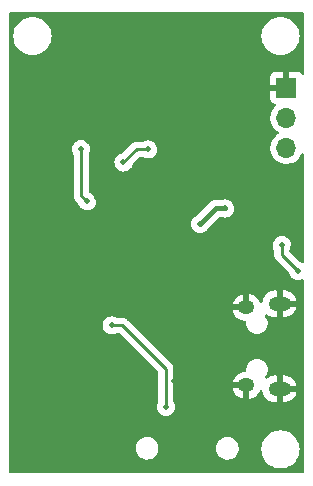
<source format=gbl>
%TF.GenerationSoftware,KiCad,Pcbnew,(6.0.1)*%
%TF.CreationDate,2022-03-11T00:25:21+11:00*%
%TF.ProjectId,WiFiTracingTag,57694669-5472-4616-9369-6e675461672e,rev?*%
%TF.SameCoordinates,PX66ff300PY791ddc0*%
%TF.FileFunction,Copper,L2,Bot*%
%TF.FilePolarity,Positive*%
%FSLAX46Y46*%
G04 Gerber Fmt 4.6, Leading zero omitted, Abs format (unit mm)*
G04 Created by KiCad (PCBNEW (6.0.1)) date 2022-03-11 00:25:21*
%MOMM*%
%LPD*%
G01*
G04 APERTURE LIST*
%TA.AperFunction,ComponentPad*%
%ADD10O,1.900000X1.250000*%
%TD*%
%TA.AperFunction,ComponentPad*%
%ADD11O,1.400000X1.250000*%
%TD*%
%TA.AperFunction,ComponentPad*%
%ADD12R,1.700000X1.700000*%
%TD*%
%TA.AperFunction,ComponentPad*%
%ADD13O,1.700000X1.700000*%
%TD*%
%TA.AperFunction,ViaPad*%
%ADD14C,0.508000*%
%TD*%
%TA.AperFunction,Conductor*%
%ADD15C,0.250000*%
%TD*%
%TA.AperFunction,Conductor*%
%ADD16C,0.400000*%
%TD*%
G04 APERTURE END LIST*
D10*
%TO.P,J2,6,Shield*%
%TO.N,GND*%
X23417500Y14825000D03*
D11*
X20617500Y14525000D03*
X20617500Y7925000D03*
D10*
X23417500Y7625000D03*
%TD*%
D12*
%TO.P,J1,1,Pin_1*%
%TO.N,GND*%
X24000000Y33125000D03*
D13*
%TO.P,J1,2,Pin_2*%
%TO.N,TX*%
X24000000Y30585000D03*
%TO.P,J1,3,Pin_3*%
%TO.N,RX*%
X24000000Y28045000D03*
%TD*%
D14*
%TO.N,GND*%
X13400000Y19100000D03*
X11000000Y32300000D03*
X1000000Y8600000D03*
X13000000Y38600000D03*
X8600000Y27300000D03*
X23000000Y12400000D03*
X13200000Y16000000D03*
X15400000Y24800000D03*
X6600000Y12400000D03*
X1800000Y7800000D03*
X1800000Y32900000D03*
X23000000Y13200000D03*
X17000000Y24800000D03*
X11000000Y36300000D03*
X1800000Y34300000D03*
X16500000Y9800000D03*
X9800000Y38600000D03*
X4600000Y39200000D03*
X11000000Y34300000D03*
X11800000Y8500000D03*
X5400000Y39200000D03*
X11400000Y38600000D03*
X17000000Y38600000D03*
X7200000Y28600000D03*
X15400000Y38600000D03*
X24000000Y13200000D03*
X14500000Y8300000D03*
X24000000Y12400000D03*
X15100000Y8300000D03*
X13800000Y38600000D03*
X800000Y34300000D03*
X800000Y32200000D03*
X1800000Y33600000D03*
X15000000Y34300000D03*
X10900000Y9900000D03*
X2600000Y10200000D03*
X1800000Y32200000D03*
X14700000Y13300000D03*
X19400000Y4600000D03*
X6200000Y39200000D03*
X11600000Y21900000D03*
X2600000Y8600000D03*
X19800000Y39200000D03*
X13000000Y32300000D03*
X7400000Y13600000D03*
X9800000Y14800000D03*
X17100000Y9800000D03*
X15000000Y32300000D03*
X11500000Y9900000D03*
X13000000Y34300000D03*
X15700000Y8300000D03*
X17800000Y38600000D03*
X1000000Y7000000D03*
X9600000Y30200000D03*
X6000000Y38200000D03*
X6600000Y13000000D03*
X1800000Y9400000D03*
X800000Y32900000D03*
X14600000Y38600000D03*
X13000000Y36300000D03*
X7400000Y12400000D03*
X1800000Y6200000D03*
X12200000Y38600000D03*
X7400000Y13000000D03*
X20000000Y29200000D03*
X800000Y33600000D03*
X16300000Y8400000D03*
X9000000Y38600000D03*
X6600000Y13600000D03*
X16200000Y38600000D03*
X15000000Y36300000D03*
X8200000Y38600000D03*
X10600000Y38600000D03*
X1000000Y10200000D03*
X2600000Y7000000D03*
X8000000Y23800000D03*
X6000000Y37400000D03*
X8000000Y30400000D03*
%TO.N,Net-(C5-Pad1)*%
X6624799Y27924799D03*
X7100000Y23500000D03*
%TO.N,Net-(R5-Pad1)*%
X16700000Y21600000D03*
X18800000Y22900000D03*
%TO.N,Net-(R8-Pad1)*%
X23600000Y19800000D03*
X25000000Y17600000D03*
%TO.N,Net-(R11-Pad1)*%
X12300000Y27900000D03*
X10206640Y26793360D03*
%TO.N,EN*%
X9200000Y13000000D03*
X13800000Y6100000D03*
%TD*%
D15*
%TO.N,Net-(R8-Pad1)*%
X23600000Y19000000D02*
X23600000Y19800000D01*
X25000000Y17600000D02*
X23600000Y19000000D01*
%TO.N,EN*%
X9200000Y13000000D02*
X10100000Y13000000D01*
X10100000Y13000000D02*
X13800000Y9300000D01*
X13800000Y9300000D02*
X13800000Y6100000D01*
%TO.N,Net-(C5-Pad1)*%
X6624799Y27924799D02*
X6624799Y23975201D01*
X6624799Y23975201D02*
X7100000Y23500000D01*
D16*
%TO.N,Net-(R5-Pad1)*%
X16700000Y21600000D02*
X18000000Y22900000D01*
X18000000Y22900000D02*
X18800000Y22900000D01*
D15*
%TO.N,Net-(R11-Pad1)*%
X10206640Y26793360D02*
X11313279Y27900000D01*
X11313279Y27900000D02*
X12300000Y27900000D01*
%TD*%
%TA.AperFunction,Conductor*%
%TO.N,GND*%
G36*
X25434121Y39471998D02*
G01*
X25480614Y39418342D01*
X25492000Y39366000D01*
X25492000Y34343725D01*
X25471998Y34275604D01*
X25418342Y34229111D01*
X25348068Y34219007D01*
X25283488Y34248501D01*
X25265174Y34268160D01*
X25218285Y34330724D01*
X25205724Y34343285D01*
X25103649Y34419786D01*
X25088054Y34428324D01*
X24967606Y34473478D01*
X24952351Y34477105D01*
X24901486Y34482631D01*
X24894672Y34483000D01*
X24272115Y34483000D01*
X24256876Y34478525D01*
X24255671Y34477135D01*
X24254000Y34469452D01*
X24254000Y32997000D01*
X24233998Y32928879D01*
X24180342Y32882386D01*
X24128000Y32871000D01*
X22660116Y32871000D01*
X22644877Y32866525D01*
X22643672Y32865135D01*
X22642001Y32857452D01*
X22642001Y32230331D01*
X22642371Y32223510D01*
X22647895Y32172648D01*
X22651521Y32157396D01*
X22696676Y32036946D01*
X22705214Y32021351D01*
X22781715Y31919276D01*
X22794276Y31906715D01*
X22896351Y31830214D01*
X22911946Y31821676D01*
X23020827Y31780858D01*
X23077591Y31738216D01*
X23102291Y31671655D01*
X23087083Y31602306D01*
X23067691Y31575825D01*
X22944200Y31446599D01*
X22940629Y31442862D01*
X22814743Y31258320D01*
X22799007Y31224420D01*
X22740496Y31098367D01*
X22720688Y31055695D01*
X22660989Y30840430D01*
X22637251Y30618305D01*
X22650110Y30395285D01*
X22651247Y30390239D01*
X22651248Y30390233D01*
X22672275Y30296931D01*
X22699222Y30177361D01*
X22783266Y29970384D01*
X22899987Y29779912D01*
X23046250Y29611062D01*
X23218126Y29468368D01*
X23288595Y29427189D01*
X23291445Y29425524D01*
X23340169Y29373886D01*
X23353240Y29304103D01*
X23326509Y29238331D01*
X23286055Y29204973D01*
X23273607Y29198493D01*
X23269474Y29195390D01*
X23269471Y29195388D01*
X23245247Y29177200D01*
X23094965Y29064365D01*
X22940629Y28902862D01*
X22814743Y28718320D01*
X22781661Y28647051D01*
X22725740Y28526578D01*
X22720688Y28515695D01*
X22660989Y28300430D01*
X22637251Y28078305D01*
X22637548Y28073152D01*
X22637548Y28073149D01*
X22646102Y27924799D01*
X22650110Y27855285D01*
X22651247Y27850239D01*
X22651248Y27850233D01*
X22668818Y27772272D01*
X22699222Y27637361D01*
X22759089Y27489926D01*
X22770304Y27462307D01*
X22783266Y27430384D01*
X22800837Y27401711D01*
X22872238Y27285195D01*
X22899987Y27239912D01*
X23046250Y27071062D01*
X23218126Y26928368D01*
X23411000Y26815662D01*
X23619692Y26735970D01*
X23624760Y26734939D01*
X23624763Y26734938D01*
X23732017Y26713117D01*
X23838597Y26691433D01*
X23843772Y26691243D01*
X23843774Y26691243D01*
X24056673Y26683436D01*
X24056677Y26683436D01*
X24061837Y26683247D01*
X24066957Y26683903D01*
X24066959Y26683903D01*
X24278288Y26710975D01*
X24278289Y26710975D01*
X24283416Y26711632D01*
X24288366Y26713117D01*
X24492429Y26774339D01*
X24492434Y26774341D01*
X24497384Y26775826D01*
X24697994Y26874104D01*
X24879860Y27003827D01*
X25038096Y27161511D01*
X25066623Y27201210D01*
X25165435Y27338723D01*
X25168453Y27342923D01*
X25193248Y27393091D01*
X25253043Y27514079D01*
X25301156Y27566286D01*
X25369858Y27584193D01*
X25437334Y27562115D01*
X25482162Y27507061D01*
X25492000Y27458252D01*
X25492000Y18412867D01*
X25471998Y18344746D01*
X25418342Y18298253D01*
X25348068Y18288149D01*
X25323733Y18294168D01*
X25284344Y18308193D01*
X25175219Y18347051D01*
X25174518Y18347135D01*
X25116449Y18379456D01*
X24270405Y19225500D01*
X24236379Y19287812D01*
X24233500Y19314595D01*
X24233500Y19337508D01*
X24254552Y19407236D01*
X24278572Y19443389D01*
X24282471Y19449257D01*
X24343218Y19609174D01*
X24367026Y19778575D01*
X24367325Y19800000D01*
X24348256Y19970000D01*
X24291999Y20131550D01*
X24201348Y20276622D01*
X24188159Y20289904D01*
X24085772Y20393008D01*
X24080809Y20398006D01*
X24015539Y20439427D01*
X23942316Y20485896D01*
X23942313Y20485898D01*
X23936373Y20489667D01*
X23929740Y20492029D01*
X23781854Y20544689D01*
X23781849Y20544690D01*
X23775219Y20547051D01*
X23768231Y20547884D01*
X23768228Y20547885D01*
X23652655Y20561666D01*
X23605357Y20567306D01*
X23598354Y20566570D01*
X23598353Y20566570D01*
X23553958Y20561904D01*
X23435228Y20549425D01*
X23425071Y20545967D01*
X23279956Y20496566D01*
X23279953Y20496565D01*
X23273289Y20494296D01*
X23127588Y20404660D01*
X23122557Y20399733D01*
X23122554Y20399731D01*
X23115689Y20393008D01*
X23005366Y20284972D01*
X23001547Y20279047D01*
X23001546Y20279045D01*
X22996135Y20270648D01*
X22912698Y20141180D01*
X22910287Y20134557D01*
X22910286Y20134554D01*
X22856600Y19987053D01*
X22856599Y19987048D01*
X22854190Y19980430D01*
X22832750Y19810714D01*
X22849443Y19640464D01*
X22903440Y19478144D01*
X22907087Y19472121D01*
X22907088Y19472120D01*
X22948276Y19404110D01*
X22966500Y19338839D01*
X22966500Y19078767D01*
X22965973Y19067584D01*
X22964298Y19060091D01*
X22964547Y19052165D01*
X22964547Y19052164D01*
X22966438Y18992014D01*
X22966500Y18988055D01*
X22966500Y18960144D01*
X22966997Y18956210D01*
X22966997Y18956209D01*
X22967005Y18956144D01*
X22967938Y18944307D01*
X22969327Y18900111D01*
X22974978Y18880661D01*
X22978987Y18861300D01*
X22981526Y18841203D01*
X22984445Y18833832D01*
X22984445Y18833830D01*
X22997804Y18800088D01*
X23001649Y18788858D01*
X23013982Y18746407D01*
X23018015Y18739588D01*
X23018017Y18739583D01*
X23024293Y18728972D01*
X23032988Y18711224D01*
X23040448Y18692383D01*
X23045110Y18685967D01*
X23045110Y18685966D01*
X23066436Y18656613D01*
X23072952Y18646693D01*
X23095458Y18608638D01*
X23109779Y18594317D01*
X23122619Y18579284D01*
X23134528Y18562893D01*
X23140634Y18557842D01*
X23168605Y18534702D01*
X23177384Y18526712D01*
X24221308Y17482788D01*
X24251771Y17433465D01*
X24303440Y17278144D01*
X24307087Y17272122D01*
X24307088Y17272120D01*
X24388406Y17137846D01*
X24388409Y17137843D01*
X24392056Y17131820D01*
X24510889Y17008766D01*
X24654030Y16915097D01*
X24660634Y16912641D01*
X24660636Y16912640D01*
X24807757Y16857926D01*
X24807759Y16857926D01*
X24814367Y16855468D01*
X24893454Y16844915D01*
X24976949Y16833774D01*
X24976953Y16833774D01*
X24983930Y16832843D01*
X24990941Y16833481D01*
X24990945Y16833481D01*
X25147273Y16847708D01*
X25147275Y16847708D01*
X25154292Y16848347D01*
X25160990Y16850523D01*
X25160993Y16850524D01*
X25310288Y16899034D01*
X25316985Y16901210D01*
X25317012Y16901126D01*
X25384244Y16910621D01*
X25448751Y16880967D01*
X25486985Y16821144D01*
X25492000Y16785949D01*
X25492000Y634000D01*
X25471998Y565879D01*
X25418342Y519386D01*
X25366000Y508000D01*
X634000Y508000D01*
X565879Y528002D01*
X519386Y581658D01*
X508000Y634000D01*
X508000Y2552936D01*
X11237707Y2552936D01*
X11266825Y2360401D01*
X11269028Y2354415D01*
X11269029Y2354409D01*
X11331860Y2183640D01*
X11331862Y2183635D01*
X11334063Y2177654D01*
X11436674Y2012160D01*
X11570466Y1870678D01*
X11729975Y1758989D01*
X11735838Y1756452D01*
X11902825Y1684190D01*
X11902829Y1684189D01*
X11908684Y1681655D01*
X11914931Y1680350D01*
X11914934Y1680349D01*
X12094557Y1642824D01*
X12094562Y1642823D01*
X12099293Y1641835D01*
X12105685Y1641500D01*
X12248663Y1641500D01*
X12317951Y1648538D01*
X12387378Y1655590D01*
X12387379Y1655590D01*
X12393727Y1656235D01*
X12474843Y1681655D01*
X12573451Y1712556D01*
X12573456Y1712558D01*
X12579541Y1714465D01*
X12675214Y1767498D01*
X12744271Y1805777D01*
X12744274Y1805779D01*
X12749850Y1808870D01*
X12754691Y1813019D01*
X12754695Y1813022D01*
X12892855Y1931440D01*
X12897698Y1935591D01*
X13017046Y2089453D01*
X13057779Y2172232D01*
X13100200Y2258444D01*
X13103018Y2264171D01*
X13104628Y2270351D01*
X13150492Y2446425D01*
X13150492Y2446428D01*
X13152102Y2452607D01*
X13157360Y2552936D01*
X18037707Y2552936D01*
X18066825Y2360401D01*
X18069028Y2354415D01*
X18069029Y2354409D01*
X18131860Y2183640D01*
X18131862Y2183635D01*
X18134063Y2177654D01*
X18236674Y2012160D01*
X18370466Y1870678D01*
X18529975Y1758989D01*
X18535838Y1756452D01*
X18702825Y1684190D01*
X18702829Y1684189D01*
X18708684Y1681655D01*
X18714931Y1680350D01*
X18714934Y1680349D01*
X18894557Y1642824D01*
X18894562Y1642823D01*
X18899293Y1641835D01*
X18905685Y1641500D01*
X19048663Y1641500D01*
X19117951Y1648538D01*
X19187378Y1655590D01*
X19187379Y1655590D01*
X19193727Y1656235D01*
X19274843Y1681655D01*
X19373451Y1712556D01*
X19373456Y1712558D01*
X19379541Y1714465D01*
X19475214Y1767498D01*
X19544271Y1805777D01*
X19544274Y1805779D01*
X19549850Y1808870D01*
X19554691Y1813019D01*
X19554695Y1813022D01*
X19692855Y1931440D01*
X19697698Y1935591D01*
X19817046Y2089453D01*
X19857779Y2172232D01*
X19900200Y2258444D01*
X19903018Y2264171D01*
X19904628Y2270351D01*
X19950492Y2446425D01*
X19950492Y2446428D01*
X19952102Y2452607D01*
X19954586Y2500000D01*
X21886526Y2500000D01*
X21906391Y2247597D01*
X21907545Y2242790D01*
X21907546Y2242784D01*
X21924484Y2172232D01*
X21965495Y2001409D01*
X21967388Y1996838D01*
X21967389Y1996836D01*
X22021163Y1867015D01*
X22062384Y1767498D01*
X22194672Y1551624D01*
X22359102Y1359102D01*
X22551624Y1194672D01*
X22767498Y1062384D01*
X22772068Y1060491D01*
X22772072Y1060489D01*
X22996836Y967389D01*
X23001409Y965495D01*
X23086032Y945179D01*
X23242784Y907546D01*
X23242790Y907545D01*
X23247597Y906391D01*
X23347416Y898535D01*
X23434345Y891693D01*
X23434352Y891693D01*
X23436801Y891500D01*
X23563199Y891500D01*
X23565648Y891693D01*
X23565655Y891693D01*
X23652584Y898535D01*
X23752403Y906391D01*
X23757210Y907545D01*
X23757216Y907546D01*
X23913968Y945179D01*
X23998591Y965495D01*
X24003164Y967389D01*
X24227928Y1060489D01*
X24227932Y1060491D01*
X24232502Y1062384D01*
X24448376Y1194672D01*
X24640898Y1359102D01*
X24805328Y1551624D01*
X24937616Y1767498D01*
X24978838Y1867015D01*
X25032611Y1996836D01*
X25032612Y1996838D01*
X25034505Y2001409D01*
X25075516Y2172232D01*
X25092454Y2242784D01*
X25092455Y2242790D01*
X25093609Y2247597D01*
X25113474Y2500000D01*
X25093609Y2752403D01*
X25072676Y2839599D01*
X25035660Y2993779D01*
X25034505Y2998591D01*
X25027145Y3016360D01*
X24939511Y3227928D01*
X24939509Y3227932D01*
X24937616Y3232502D01*
X24805328Y3448376D01*
X24640898Y3640898D01*
X24448376Y3805328D01*
X24232502Y3937616D01*
X24227932Y3939509D01*
X24227928Y3939511D01*
X24003164Y4032611D01*
X24003162Y4032612D01*
X23998591Y4034505D01*
X23913968Y4054821D01*
X23757216Y4092454D01*
X23757210Y4092455D01*
X23752403Y4093609D01*
X23652584Y4101465D01*
X23565655Y4108307D01*
X23565648Y4108307D01*
X23563199Y4108500D01*
X23436801Y4108500D01*
X23434352Y4108307D01*
X23434345Y4108307D01*
X23347416Y4101465D01*
X23247597Y4093609D01*
X23242790Y4092455D01*
X23242784Y4092454D01*
X23086032Y4054821D01*
X23001409Y4034505D01*
X22996838Y4032612D01*
X22996836Y4032611D01*
X22772072Y3939511D01*
X22772068Y3939509D01*
X22767498Y3937616D01*
X22551624Y3805328D01*
X22359102Y3640898D01*
X22194672Y3448376D01*
X22062384Y3232502D01*
X22060491Y3227932D01*
X22060489Y3227928D01*
X21972855Y3016360D01*
X21965495Y2998591D01*
X21964340Y2993779D01*
X21927325Y2839599D01*
X21906391Y2752403D01*
X21886526Y2500000D01*
X19954586Y2500000D01*
X19962293Y2647064D01*
X19933175Y2839599D01*
X19930972Y2845585D01*
X19930971Y2845591D01*
X19868140Y3016360D01*
X19868138Y3016365D01*
X19865937Y3022346D01*
X19763326Y3187840D01*
X19629534Y3329322D01*
X19470025Y3441011D01*
X19422013Y3461788D01*
X19297175Y3515810D01*
X19297171Y3515811D01*
X19291316Y3518345D01*
X19285069Y3519650D01*
X19285066Y3519651D01*
X19105443Y3557176D01*
X19105438Y3557177D01*
X19100707Y3558165D01*
X19094315Y3558500D01*
X18951337Y3558500D01*
X18882049Y3551462D01*
X18812622Y3544410D01*
X18812621Y3544410D01*
X18806273Y3543765D01*
X18749939Y3526111D01*
X18626549Y3487444D01*
X18626544Y3487442D01*
X18620459Y3485535D01*
X18560205Y3452135D01*
X18455729Y3394223D01*
X18455726Y3394221D01*
X18450150Y3391130D01*
X18445309Y3386981D01*
X18445305Y3386978D01*
X18382311Y3332985D01*
X18302302Y3264409D01*
X18182954Y3110547D01*
X18180138Y3104824D01*
X18180136Y3104821D01*
X18136608Y3016360D01*
X18096982Y2935829D01*
X18095373Y2929651D01*
X18095372Y2929649D01*
X18050457Y2757216D01*
X18047898Y2747393D01*
X18037707Y2552936D01*
X13157360Y2552936D01*
X13162293Y2647064D01*
X13133175Y2839599D01*
X13130972Y2845585D01*
X13130971Y2845591D01*
X13068140Y3016360D01*
X13068138Y3016365D01*
X13065937Y3022346D01*
X12963326Y3187840D01*
X12829534Y3329322D01*
X12670025Y3441011D01*
X12622013Y3461788D01*
X12497175Y3515810D01*
X12497171Y3515811D01*
X12491316Y3518345D01*
X12485069Y3519650D01*
X12485066Y3519651D01*
X12305443Y3557176D01*
X12305438Y3557177D01*
X12300707Y3558165D01*
X12294315Y3558500D01*
X12151337Y3558500D01*
X12082049Y3551462D01*
X12012622Y3544410D01*
X12012621Y3544410D01*
X12006273Y3543765D01*
X11949939Y3526111D01*
X11826549Y3487444D01*
X11826544Y3487442D01*
X11820459Y3485535D01*
X11760205Y3452135D01*
X11655729Y3394223D01*
X11655726Y3394221D01*
X11650150Y3391130D01*
X11645309Y3386981D01*
X11645305Y3386978D01*
X11582311Y3332985D01*
X11502302Y3264409D01*
X11382954Y3110547D01*
X11380138Y3104824D01*
X11380136Y3104821D01*
X11336608Y3016360D01*
X11296982Y2935829D01*
X11295373Y2929651D01*
X11295372Y2929649D01*
X11250457Y2757216D01*
X11247898Y2747393D01*
X11237707Y2552936D01*
X508000Y2552936D01*
X508000Y13010714D01*
X8432750Y13010714D01*
X8449443Y12840464D01*
X8503440Y12678144D01*
X8507087Y12672122D01*
X8507088Y12672120D01*
X8588406Y12537846D01*
X8588409Y12537843D01*
X8592056Y12531820D01*
X8710889Y12408766D01*
X8716785Y12404908D01*
X8831875Y12329595D01*
X8854030Y12315097D01*
X8860634Y12312641D01*
X8860636Y12312640D01*
X9007757Y12257926D01*
X9007759Y12257926D01*
X9014367Y12255468D01*
X9093454Y12244915D01*
X9176949Y12233774D01*
X9176953Y12233774D01*
X9183930Y12232843D01*
X9190941Y12233481D01*
X9190945Y12233481D01*
X9347273Y12247708D01*
X9347275Y12247708D01*
X9354292Y12248347D01*
X9360990Y12250523D01*
X9360993Y12250524D01*
X9510289Y12299034D01*
X9510291Y12299035D01*
X9516985Y12301210D01*
X9596699Y12348729D01*
X9661216Y12366500D01*
X9785406Y12366500D01*
X9853527Y12346498D01*
X9874501Y12329595D01*
X13129595Y9074501D01*
X13163621Y9012189D01*
X13166500Y8985406D01*
X13166500Y6561747D01*
X13146412Y6493493D01*
X13112698Y6441180D01*
X13110287Y6434557D01*
X13110286Y6434554D01*
X13056600Y6287053D01*
X13056599Y6287048D01*
X13054190Y6280430D01*
X13032750Y6110714D01*
X13049443Y5940464D01*
X13103440Y5778144D01*
X13107087Y5772122D01*
X13107088Y5772120D01*
X13188406Y5637846D01*
X13188409Y5637843D01*
X13192056Y5631820D01*
X13310889Y5508766D01*
X13454030Y5415097D01*
X13460634Y5412641D01*
X13460636Y5412640D01*
X13607757Y5357926D01*
X13607759Y5357926D01*
X13614367Y5355468D01*
X13693454Y5344915D01*
X13776949Y5333774D01*
X13776953Y5333774D01*
X13783930Y5332843D01*
X13790941Y5333481D01*
X13790945Y5333481D01*
X13947273Y5347708D01*
X13947275Y5347708D01*
X13954292Y5348347D01*
X13960990Y5350523D01*
X13960993Y5350524D01*
X14110289Y5399034D01*
X14110291Y5399035D01*
X14116985Y5401210D01*
X14263924Y5488803D01*
X14387805Y5606773D01*
X14401079Y5626751D01*
X14478570Y5743386D01*
X14482471Y5749257D01*
X14543218Y5909174D01*
X14567026Y6078575D01*
X14567325Y6100000D01*
X14548256Y6270000D01*
X14491999Y6431550D01*
X14452646Y6494528D01*
X14433500Y6561298D01*
X14433500Y7657601D01*
X19441495Y7657601D01*
X19464948Y7560286D01*
X19468837Y7548991D01*
X19553358Y7363099D01*
X19559305Y7352757D01*
X19677457Y7186193D01*
X19685250Y7177165D01*
X19832766Y7035949D01*
X19842131Y7028553D01*
X20013685Y6917781D01*
X20024285Y6912287D01*
X20213688Y6835955D01*
X20225129Y6832566D01*
X20345718Y6809018D01*
X20358668Y6810222D01*
X20363500Y6825273D01*
X20363500Y7652885D01*
X20359025Y7668124D01*
X20357635Y7669329D01*
X20349952Y7671000D01*
X19456381Y7671000D01*
X19442850Y7667027D01*
X19441495Y7657601D01*
X14433500Y7657601D01*
X14433500Y8194807D01*
X19437373Y8194807D01*
X19439058Y8182993D01*
X19452627Y8179000D01*
X20745500Y8179000D01*
X20813621Y8158998D01*
X20860114Y8105342D01*
X20871500Y8053000D01*
X20871500Y6822039D01*
X20875751Y6807562D01*
X20888012Y6805500D01*
X20901752Y6806811D01*
X20913469Y6809067D01*
X21109426Y6866554D01*
X21120502Y6870984D01*
X21302046Y6964485D01*
X21312092Y6970935D01*
X21472675Y7097075D01*
X21481328Y7105315D01*
X21615158Y7259541D01*
X21622092Y7269261D01*
X21724345Y7446012D01*
X21731816Y7462329D01*
X21733068Y7461756D01*
X21770301Y7513939D01*
X21836236Y7540265D01*
X21905937Y7526764D01*
X21957275Y7477723D01*
X21970590Y7444345D01*
X22014948Y7260286D01*
X22018837Y7248991D01*
X22103358Y7063099D01*
X22109305Y7052757D01*
X22227457Y6886193D01*
X22235250Y6877165D01*
X22382766Y6735949D01*
X22392131Y6728553D01*
X22563685Y6617781D01*
X22574285Y6612287D01*
X22763683Y6535957D01*
X22775133Y6532566D01*
X22976990Y6493146D01*
X22985862Y6492068D01*
X22988672Y6492000D01*
X23145385Y6492000D01*
X23160624Y6496475D01*
X23161829Y6497865D01*
X23163500Y6505548D01*
X23163500Y6510115D01*
X23671500Y6510115D01*
X23675975Y6494876D01*
X23677365Y6493671D01*
X23685048Y6492000D01*
X23793527Y6492000D01*
X23799504Y6492285D01*
X23951743Y6506810D01*
X23963477Y6509069D01*
X24159426Y6566554D01*
X24170502Y6570984D01*
X24352046Y6664485D01*
X24362092Y6670935D01*
X24522675Y6797075D01*
X24531328Y6805315D01*
X24665158Y6959541D01*
X24672092Y6969261D01*
X24774345Y7146012D01*
X24779319Y7156876D01*
X24846307Y7349781D01*
X24847627Y7355193D01*
X24845942Y7367007D01*
X24832373Y7371000D01*
X23689615Y7371000D01*
X23674376Y7366525D01*
X23673171Y7365135D01*
X23671500Y7357452D01*
X23671500Y6510115D01*
X23163500Y6510115D01*
X23163500Y7897115D01*
X23671500Y7897115D01*
X23675975Y7881876D01*
X23677365Y7880671D01*
X23685048Y7879000D01*
X24828619Y7879000D01*
X24842150Y7882973D01*
X24843505Y7892399D01*
X24820052Y7989714D01*
X24816163Y8001009D01*
X24731642Y8186901D01*
X24725695Y8197243D01*
X24607543Y8363807D01*
X24599750Y8372835D01*
X24452234Y8514051D01*
X24442869Y8521447D01*
X24271315Y8632219D01*
X24260715Y8637713D01*
X24071317Y8714043D01*
X24059867Y8717434D01*
X23858010Y8756854D01*
X23849138Y8757932D01*
X23846328Y8758000D01*
X23689615Y8758000D01*
X23674376Y8753525D01*
X23673171Y8752135D01*
X23671500Y8744452D01*
X23671500Y7897115D01*
X23163500Y7897115D01*
X23163500Y8739885D01*
X23159025Y8755124D01*
X23157635Y8756329D01*
X23149952Y8758000D01*
X23041473Y8758000D01*
X23035496Y8757715D01*
X22883257Y8743190D01*
X22871523Y8740931D01*
X22675574Y8683446D01*
X22664498Y8679016D01*
X22482954Y8585515D01*
X22472908Y8579065D01*
X22397204Y8519599D01*
X22331278Y8493249D01*
X22261572Y8506724D01*
X22210217Y8555746D01*
X22193517Y8624750D01*
X22217435Y8692746D01*
X22304737Y8812906D01*
X22304738Y8812907D01*
X22308618Y8818248D01*
X22335696Y8879065D01*
X22383609Y8986681D01*
X22383609Y8986682D01*
X22386294Y8992712D01*
X22426000Y9179513D01*
X22426000Y9370487D01*
X22421434Y9391971D01*
X22405662Y9466168D01*
X22386294Y9557288D01*
X22347966Y9643375D01*
X22311303Y9725722D01*
X22311302Y9725724D01*
X22308618Y9731752D01*
X22304728Y9737107D01*
X22200249Y9880908D01*
X22196366Y9886253D01*
X22054444Y10014040D01*
X21889056Y10109527D01*
X21707428Y10168542D01*
X21700867Y10169232D01*
X21700865Y10169232D01*
X21647611Y10174829D01*
X21565110Y10183500D01*
X21469890Y10183500D01*
X21387389Y10174829D01*
X21334135Y10169232D01*
X21334133Y10169232D01*
X21327572Y10168542D01*
X21145944Y10109527D01*
X20980556Y10014040D01*
X20838634Y9886253D01*
X20834751Y9880908D01*
X20730273Y9737107D01*
X20726382Y9731752D01*
X20723698Y9725724D01*
X20723697Y9725722D01*
X20687034Y9643375D01*
X20648706Y9557288D01*
X20629338Y9466168D01*
X20613567Y9391971D01*
X20609000Y9370487D01*
X20609000Y9183739D01*
X20588998Y9115618D01*
X20535342Y9069125D01*
X20488995Y9057882D01*
X20485497Y9057715D01*
X20333257Y9043190D01*
X20321523Y9040931D01*
X20125574Y8983446D01*
X20114498Y8979016D01*
X19932954Y8885515D01*
X19922908Y8879065D01*
X19762325Y8752925D01*
X19753672Y8744685D01*
X19619842Y8590459D01*
X19612908Y8580739D01*
X19510655Y8403988D01*
X19505681Y8393124D01*
X19438693Y8200219D01*
X19437373Y8194807D01*
X14433500Y8194807D01*
X14433500Y9221233D01*
X14434027Y9232416D01*
X14435702Y9239909D01*
X14433562Y9307986D01*
X14433500Y9311945D01*
X14433500Y9339856D01*
X14432995Y9343856D01*
X14432062Y9355699D01*
X14430922Y9391971D01*
X14430673Y9399890D01*
X14425022Y9419342D01*
X14421014Y9438694D01*
X14419467Y9450937D01*
X14418474Y9458797D01*
X14415556Y9466168D01*
X14402200Y9499903D01*
X14398355Y9511130D01*
X14397721Y9513313D01*
X14386018Y9553593D01*
X14381984Y9560415D01*
X14381981Y9560421D01*
X14375706Y9571032D01*
X14367010Y9588782D01*
X14362472Y9600244D01*
X14362469Y9600249D01*
X14359552Y9607617D01*
X14333573Y9643375D01*
X14327057Y9653293D01*
X14308575Y9684543D01*
X14304542Y9691363D01*
X14290218Y9705687D01*
X14277376Y9720722D01*
X14265472Y9737107D01*
X14231406Y9765289D01*
X14222627Y9773278D01*
X10603652Y13392253D01*
X10596112Y13400539D01*
X10592000Y13407018D01*
X10542348Y13453644D01*
X10539507Y13456398D01*
X10519770Y13476135D01*
X10516573Y13478615D01*
X10507551Y13486320D01*
X10475321Y13516586D01*
X10468375Y13520405D01*
X10468372Y13520407D01*
X10457566Y13526348D01*
X10441047Y13537199D01*
X10440583Y13537559D01*
X10425041Y13549614D01*
X10417772Y13552759D01*
X10417768Y13552762D01*
X10384463Y13567174D01*
X10373813Y13572391D01*
X10335060Y13593695D01*
X10315437Y13598733D01*
X10296734Y13605137D01*
X10285420Y13610033D01*
X10285419Y13610033D01*
X10278145Y13613181D01*
X10270322Y13614420D01*
X10270312Y13614423D01*
X10234476Y13620099D01*
X10222856Y13622505D01*
X10187711Y13631528D01*
X10187710Y13631528D01*
X10180030Y13633500D01*
X10159776Y13633500D01*
X10140065Y13635051D01*
X10134396Y13635949D01*
X10120057Y13638220D01*
X10112165Y13637474D01*
X10076039Y13634059D01*
X10064181Y13633500D01*
X9661486Y13633500D01*
X9593972Y13653114D01*
X9542316Y13685896D01*
X9542313Y13685898D01*
X9536373Y13689667D01*
X9526603Y13693146D01*
X9381854Y13744689D01*
X9381849Y13744690D01*
X9375219Y13747051D01*
X9368231Y13747884D01*
X9368228Y13747885D01*
X9252655Y13761666D01*
X9205357Y13767306D01*
X9198354Y13766570D01*
X9198353Y13766570D01*
X9153958Y13761904D01*
X9035228Y13749425D01*
X9026325Y13746394D01*
X8879956Y13696566D01*
X8879953Y13696565D01*
X8873289Y13694296D01*
X8727588Y13604660D01*
X8722557Y13599733D01*
X8722554Y13599731D01*
X8666418Y13544758D01*
X8605366Y13484972D01*
X8601547Y13479047D01*
X8601546Y13479045D01*
X8573778Y13435957D01*
X8512698Y13341180D01*
X8510287Y13334557D01*
X8510286Y13334554D01*
X8456600Y13187053D01*
X8456599Y13187048D01*
X8454190Y13180430D01*
X8432750Y13010714D01*
X508000Y13010714D01*
X508000Y14257601D01*
X19441495Y14257601D01*
X19464948Y14160286D01*
X19468837Y14148991D01*
X19553358Y13963099D01*
X19559305Y13952757D01*
X19677457Y13786193D01*
X19685250Y13777165D01*
X19832766Y13635949D01*
X19842131Y13628553D01*
X20013685Y13517781D01*
X20024285Y13512287D01*
X20213683Y13435957D01*
X20225133Y13432566D01*
X20426990Y13393146D01*
X20435862Y13392068D01*
X20438672Y13392000D01*
X20483000Y13392000D01*
X20551121Y13371998D01*
X20597614Y13318342D01*
X20609000Y13266000D01*
X20609000Y13079513D01*
X20648706Y12892712D01*
X20651391Y12886682D01*
X20651391Y12886681D01*
X20674945Y12833779D01*
X20726382Y12718248D01*
X20838634Y12563747D01*
X20843544Y12559326D01*
X20843545Y12559325D01*
X20874093Y12531820D01*
X20980556Y12435960D01*
X21145944Y12340473D01*
X21327572Y12281458D01*
X21334133Y12280768D01*
X21334135Y12280768D01*
X21387389Y12275171D01*
X21469890Y12266500D01*
X21565110Y12266500D01*
X21647611Y12275171D01*
X21700865Y12280768D01*
X21700867Y12280768D01*
X21707428Y12281458D01*
X21889056Y12340473D01*
X22054444Y12435960D01*
X22160908Y12531820D01*
X22191455Y12559325D01*
X22191456Y12559326D01*
X22196366Y12563747D01*
X22308618Y12718248D01*
X22360056Y12833779D01*
X22383609Y12886681D01*
X22383609Y12886682D01*
X22386294Y12892712D01*
X22426000Y13079513D01*
X22426000Y13270487D01*
X22386294Y13457288D01*
X22375178Y13482255D01*
X22311303Y13625722D01*
X22311302Y13625724D01*
X22308618Y13631752D01*
X22225325Y13746395D01*
X22201467Y13813261D01*
X22217547Y13882413D01*
X22268460Y13931893D01*
X22338043Y13945993D01*
X22395609Y13926307D01*
X22563685Y13817781D01*
X22574285Y13812287D01*
X22763683Y13735957D01*
X22775133Y13732566D01*
X22976990Y13693146D01*
X22985862Y13692068D01*
X22988672Y13692000D01*
X23145385Y13692000D01*
X23160624Y13696475D01*
X23161829Y13697865D01*
X23163500Y13705548D01*
X23163500Y13710115D01*
X23671500Y13710115D01*
X23675975Y13694876D01*
X23677365Y13693671D01*
X23685048Y13692000D01*
X23793527Y13692000D01*
X23799504Y13692285D01*
X23951743Y13706810D01*
X23963477Y13709069D01*
X24159426Y13766554D01*
X24170502Y13770984D01*
X24352046Y13864485D01*
X24362092Y13870935D01*
X24522675Y13997075D01*
X24531328Y14005315D01*
X24665158Y14159541D01*
X24672092Y14169261D01*
X24774345Y14346012D01*
X24779319Y14356876D01*
X24846307Y14549781D01*
X24847627Y14555193D01*
X24845942Y14567007D01*
X24832373Y14571000D01*
X23689615Y14571000D01*
X23674376Y14566525D01*
X23673171Y14565135D01*
X23671500Y14557452D01*
X23671500Y13710115D01*
X23163500Y13710115D01*
X23163500Y15097115D01*
X23671500Y15097115D01*
X23675975Y15081876D01*
X23677365Y15080671D01*
X23685048Y15079000D01*
X24828619Y15079000D01*
X24842150Y15082973D01*
X24843505Y15092399D01*
X24820052Y15189714D01*
X24816163Y15201009D01*
X24731642Y15386901D01*
X24725695Y15397243D01*
X24607543Y15563807D01*
X24599750Y15572835D01*
X24452234Y15714051D01*
X24442869Y15721447D01*
X24271315Y15832219D01*
X24260715Y15837713D01*
X24071317Y15914043D01*
X24059867Y15917434D01*
X23858010Y15956854D01*
X23849138Y15957932D01*
X23846328Y15958000D01*
X23689615Y15958000D01*
X23674376Y15953525D01*
X23673171Y15952135D01*
X23671500Y15944452D01*
X23671500Y15097115D01*
X23163500Y15097115D01*
X23163500Y15939885D01*
X23159025Y15955124D01*
X23157635Y15956329D01*
X23149952Y15958000D01*
X23041473Y15958000D01*
X23035496Y15957715D01*
X22883257Y15943190D01*
X22871523Y15940931D01*
X22675574Y15883446D01*
X22664498Y15879016D01*
X22482954Y15785515D01*
X22472908Y15779065D01*
X22312325Y15652925D01*
X22303672Y15644685D01*
X22169842Y15490459D01*
X22162908Y15480739D01*
X22060655Y15303988D01*
X22055681Y15293124D01*
X21988694Y15100222D01*
X21985866Y15088621D01*
X21973748Y15005045D01*
X21944178Y14940499D01*
X21884406Y14902187D01*
X21813410Y14902271D01*
X21753729Y14940726D01*
X21734351Y14970974D01*
X21681642Y15086901D01*
X21675695Y15097243D01*
X21557543Y15263807D01*
X21549750Y15272835D01*
X21402234Y15414051D01*
X21392869Y15421447D01*
X21221315Y15532219D01*
X21210715Y15537713D01*
X21021312Y15614045D01*
X21009871Y15617434D01*
X20889282Y15640982D01*
X20876332Y15639778D01*
X20871500Y15624727D01*
X20871500Y14397000D01*
X20851498Y14328879D01*
X20797842Y14282386D01*
X20745500Y14271000D01*
X19456381Y14271000D01*
X19442850Y14267027D01*
X19441495Y14257601D01*
X508000Y14257601D01*
X508000Y14794807D01*
X19437373Y14794807D01*
X19439058Y14782993D01*
X19452627Y14779000D01*
X20345385Y14779000D01*
X20360624Y14783475D01*
X20361829Y14784865D01*
X20363500Y14792548D01*
X20363500Y15627961D01*
X20359249Y15642438D01*
X20346988Y15644500D01*
X20333248Y15643189D01*
X20321531Y15640933D01*
X20125574Y15583446D01*
X20114498Y15579016D01*
X19932954Y15485515D01*
X19922908Y15479065D01*
X19762325Y15352925D01*
X19753672Y15344685D01*
X19619842Y15190459D01*
X19612908Y15180739D01*
X19510655Y15003988D01*
X19505681Y14993124D01*
X19438693Y14800219D01*
X19437373Y14794807D01*
X508000Y14794807D01*
X508000Y21610714D01*
X15932750Y21610714D01*
X15949443Y21440464D01*
X16003440Y21278144D01*
X16007087Y21272122D01*
X16007088Y21272120D01*
X16088406Y21137846D01*
X16088409Y21137843D01*
X16092056Y21131820D01*
X16210889Y21008766D01*
X16354030Y20915097D01*
X16360634Y20912641D01*
X16360636Y20912640D01*
X16507757Y20857926D01*
X16507759Y20857926D01*
X16514367Y20855468D01*
X16593454Y20844915D01*
X16676949Y20833774D01*
X16676953Y20833774D01*
X16683930Y20832843D01*
X16690941Y20833481D01*
X16690945Y20833481D01*
X16847273Y20847708D01*
X16847275Y20847708D01*
X16854292Y20848347D01*
X16860990Y20850523D01*
X16860993Y20850524D01*
X17010289Y20899034D01*
X17010291Y20899035D01*
X17016985Y20901210D01*
X17163924Y20988803D01*
X17287805Y21106773D01*
X17301079Y21126751D01*
X17378570Y21243386D01*
X17382471Y21249257D01*
X17384972Y21255842D01*
X17384975Y21255847D01*
X17392018Y21274389D01*
X17420711Y21318741D01*
X18256565Y22154595D01*
X18318877Y22188621D01*
X18345660Y22191500D01*
X18494808Y22191500D01*
X18538728Y22183597D01*
X18607757Y22157925D01*
X18607767Y22157922D01*
X18614367Y22155468D01*
X18621348Y22154537D01*
X18621350Y22154536D01*
X18776949Y22133774D01*
X18776953Y22133774D01*
X18783930Y22132843D01*
X18790941Y22133481D01*
X18790945Y22133481D01*
X18947273Y22147708D01*
X18947275Y22147708D01*
X18954292Y22148347D01*
X18960990Y22150523D01*
X18960993Y22150524D01*
X19110289Y22199034D01*
X19110291Y22199035D01*
X19116985Y22201210D01*
X19263924Y22288803D01*
X19387805Y22406773D01*
X19482471Y22549257D01*
X19543218Y22709174D01*
X19544198Y22716146D01*
X19566475Y22874653D01*
X19566475Y22874656D01*
X19567026Y22878575D01*
X19567325Y22900000D01*
X19548256Y23070000D01*
X19512695Y23172120D01*
X19494314Y23224903D01*
X19494313Y23224905D01*
X19491999Y23231550D01*
X19428316Y23333465D01*
X19405081Y23370648D01*
X19401348Y23376622D01*
X19394456Y23383563D01*
X19285772Y23493008D01*
X19280809Y23498006D01*
X19215539Y23539427D01*
X19142316Y23585896D01*
X19142313Y23585898D01*
X19136373Y23589667D01*
X19129740Y23592029D01*
X18981854Y23644689D01*
X18981849Y23644690D01*
X18975219Y23647051D01*
X18968231Y23647884D01*
X18968228Y23647885D01*
X18841451Y23663002D01*
X18805357Y23667306D01*
X18798354Y23666570D01*
X18798353Y23666570D01*
X18753958Y23661904D01*
X18635228Y23649425D01*
X18534759Y23615222D01*
X18494153Y23608500D01*
X18028927Y23608500D01*
X18020358Y23608792D01*
X17970225Y23612210D01*
X17970221Y23612210D01*
X17962648Y23612726D01*
X17899681Y23601736D01*
X17893169Y23600776D01*
X17829758Y23593102D01*
X17822657Y23590419D01*
X17820048Y23589778D01*
X17803728Y23585313D01*
X17801195Y23584548D01*
X17793717Y23583243D01*
X17735190Y23557552D01*
X17729108Y23555070D01*
X17727559Y23554484D01*
X17676449Y23535172D01*
X17676447Y23535171D01*
X17669344Y23532487D01*
X17663085Y23528186D01*
X17660720Y23526949D01*
X17645948Y23518727D01*
X17643656Y23517372D01*
X17636695Y23514316D01*
X17630668Y23509691D01*
X17630664Y23509689D01*
X17585987Y23475407D01*
X17580662Y23471538D01*
X17528019Y23435357D01*
X17522967Y23429687D01*
X17522966Y23429686D01*
X17486573Y23388839D01*
X17481592Y23383563D01*
X16422886Y22324856D01*
X16385407Y22301531D01*
X16386332Y22299566D01*
X16379957Y22296566D01*
X16373289Y22294296D01*
X16227588Y22204660D01*
X16222557Y22199733D01*
X16222554Y22199731D01*
X16176463Y22154595D01*
X16105366Y22084972D01*
X16012698Y21941180D01*
X16010287Y21934557D01*
X16010286Y21934554D01*
X15956600Y21787053D01*
X15956599Y21787048D01*
X15954190Y21780430D01*
X15932750Y21610714D01*
X508000Y21610714D01*
X508000Y27935513D01*
X5857549Y27935513D01*
X5874242Y27765263D01*
X5928239Y27602943D01*
X5931886Y27596920D01*
X5931887Y27596919D01*
X5973075Y27528909D01*
X5991299Y27463638D01*
X5991299Y24053968D01*
X5990772Y24042785D01*
X5989097Y24035292D01*
X5989346Y24027366D01*
X5989346Y24027365D01*
X5991237Y23967215D01*
X5991299Y23963256D01*
X5991299Y23935345D01*
X5991796Y23931411D01*
X5991796Y23931410D01*
X5991804Y23931345D01*
X5992737Y23919508D01*
X5994126Y23875312D01*
X5999777Y23855862D01*
X6003786Y23836501D01*
X6004412Y23831550D01*
X6006325Y23816404D01*
X6009244Y23809033D01*
X6009244Y23809031D01*
X6022603Y23775289D01*
X6026448Y23764059D01*
X6038781Y23721608D01*
X6042814Y23714789D01*
X6042816Y23714784D01*
X6049092Y23704173D01*
X6057787Y23686425D01*
X6065247Y23667584D01*
X6069909Y23661168D01*
X6069909Y23661167D01*
X6091235Y23631814D01*
X6097751Y23621894D01*
X6114779Y23593102D01*
X6120257Y23583839D01*
X6134578Y23569518D01*
X6147418Y23554485D01*
X6159327Y23538094D01*
X6165433Y23533043D01*
X6193404Y23509903D01*
X6202183Y23501913D01*
X6321308Y23382788D01*
X6351771Y23333465D01*
X6359852Y23309174D01*
X6403440Y23178144D01*
X6407087Y23172122D01*
X6407088Y23172120D01*
X6488406Y23037846D01*
X6488409Y23037843D01*
X6492056Y23031820D01*
X6610889Y22908766D01*
X6754030Y22815097D01*
X6760634Y22812641D01*
X6760636Y22812640D01*
X6907757Y22757926D01*
X6907759Y22757926D01*
X6914367Y22755468D01*
X6993454Y22744915D01*
X7076949Y22733774D01*
X7076953Y22733774D01*
X7083930Y22732843D01*
X7090941Y22733481D01*
X7090945Y22733481D01*
X7247273Y22747708D01*
X7247275Y22747708D01*
X7254292Y22748347D01*
X7260990Y22750523D01*
X7260993Y22750524D01*
X7410289Y22799034D01*
X7410291Y22799035D01*
X7416985Y22801210D01*
X7452369Y22822303D01*
X7557872Y22885195D01*
X7557874Y22885196D01*
X7563924Y22888803D01*
X7687805Y23006773D01*
X7701079Y23026751D01*
X7778570Y23143386D01*
X7782471Y23149257D01*
X7843218Y23309174D01*
X7847616Y23340464D01*
X7866475Y23474653D01*
X7866475Y23474656D01*
X7867026Y23478575D01*
X7867173Y23489122D01*
X7867270Y23496038D01*
X7867270Y23496043D01*
X7867325Y23500000D01*
X7848256Y23670000D01*
X7842541Y23686414D01*
X7794314Y23824903D01*
X7794313Y23824905D01*
X7791999Y23831550D01*
X7769408Y23867704D01*
X7705081Y23970648D01*
X7701348Y23976622D01*
X7580809Y24098006D01*
X7515539Y24139427D01*
X7442316Y24185896D01*
X7442313Y24185898D01*
X7436373Y24189667D01*
X7342032Y24223260D01*
X7284568Y24264954D01*
X7258768Y24331096D01*
X7258299Y24341959D01*
X7258299Y26804074D01*
X9439390Y26804074D01*
X9456083Y26633824D01*
X9510080Y26471504D01*
X9513727Y26465482D01*
X9513728Y26465480D01*
X9595046Y26331206D01*
X9595049Y26331203D01*
X9598696Y26325180D01*
X9717529Y26202126D01*
X9860670Y26108457D01*
X9867274Y26106001D01*
X9867276Y26106000D01*
X10014397Y26051286D01*
X10014399Y26051286D01*
X10021007Y26048828D01*
X10100094Y26038275D01*
X10183589Y26027134D01*
X10183593Y26027134D01*
X10190570Y26026203D01*
X10197581Y26026841D01*
X10197585Y26026841D01*
X10353913Y26041068D01*
X10353915Y26041068D01*
X10360932Y26041707D01*
X10367630Y26043883D01*
X10367633Y26043884D01*
X10516929Y26092394D01*
X10516931Y26092395D01*
X10523625Y26094570D01*
X10670564Y26182163D01*
X10794445Y26300133D01*
X10807719Y26320111D01*
X10885210Y26436746D01*
X10889111Y26442617D01*
X10949858Y26602534D01*
X10950838Y26609507D01*
X10952591Y26616334D01*
X10955010Y26615713D01*
X10979500Y26669819D01*
X10985893Y26676708D01*
X11538778Y27229595D01*
X11601091Y27263620D01*
X11627874Y27266500D01*
X11837916Y27266500D01*
X11906909Y27245932D01*
X11931875Y27229595D01*
X11954030Y27215097D01*
X11960634Y27212641D01*
X11960636Y27212640D01*
X12107757Y27157926D01*
X12107759Y27157926D01*
X12114367Y27155468D01*
X12193454Y27144915D01*
X12276949Y27133774D01*
X12276953Y27133774D01*
X12283930Y27132843D01*
X12290941Y27133481D01*
X12290945Y27133481D01*
X12447273Y27147708D01*
X12447275Y27147708D01*
X12454292Y27148347D01*
X12460990Y27150523D01*
X12460993Y27150524D01*
X12610289Y27199034D01*
X12610291Y27199035D01*
X12616985Y27201210D01*
X12675363Y27236010D01*
X12757872Y27285195D01*
X12757874Y27285196D01*
X12763924Y27288803D01*
X12887805Y27406773D01*
X12982471Y27549257D01*
X13043218Y27709174D01*
X13049930Y27756931D01*
X13066475Y27874653D01*
X13066475Y27874656D01*
X13067026Y27878575D01*
X13067325Y27900000D01*
X13048256Y28070000D01*
X13043577Y28083438D01*
X12994314Y28224903D01*
X12994313Y28224905D01*
X12991999Y28231550D01*
X12901348Y28376622D01*
X12871758Y28406420D01*
X12796722Y28481981D01*
X12780809Y28498006D01*
X12695439Y28552183D01*
X12642316Y28585896D01*
X12642313Y28585898D01*
X12636373Y28589667D01*
X12629740Y28592029D01*
X12481854Y28644689D01*
X12481849Y28644690D01*
X12475219Y28647051D01*
X12468231Y28647884D01*
X12468228Y28647885D01*
X12352655Y28661666D01*
X12305357Y28667306D01*
X12298354Y28666570D01*
X12298353Y28666570D01*
X12253958Y28661904D01*
X12135228Y28649425D01*
X12125267Y28646034D01*
X11979953Y28596565D01*
X11979950Y28596564D01*
X11973289Y28594296D01*
X11904834Y28552182D01*
X11838814Y28533500D01*
X11392046Y28533500D01*
X11380863Y28534027D01*
X11373370Y28535702D01*
X11365444Y28535453D01*
X11365443Y28535453D01*
X11305280Y28533562D01*
X11301322Y28533500D01*
X11273423Y28533500D01*
X11269433Y28532996D01*
X11257599Y28532064D01*
X11213390Y28530674D01*
X11205776Y28528462D01*
X11205771Y28528461D01*
X11193938Y28525023D01*
X11174575Y28521012D01*
X11154482Y28518474D01*
X11147115Y28515557D01*
X11147110Y28515556D01*
X11113371Y28502198D01*
X11102144Y28498354D01*
X11094840Y28496232D01*
X11059686Y28486018D01*
X11052860Y28481981D01*
X11042251Y28475707D01*
X11024503Y28467012D01*
X11005662Y28459552D01*
X10999246Y28454890D01*
X10999245Y28454890D01*
X10969892Y28433564D01*
X10959972Y28427048D01*
X10928744Y28408580D01*
X10928741Y28408578D01*
X10921917Y28404542D01*
X10907596Y28390221D01*
X10892563Y28377381D01*
X10876172Y28365472D01*
X10871122Y28359368D01*
X10871117Y28359363D01*
X10847986Y28331402D01*
X10839997Y28322622D01*
X10459883Y27942507D01*
X10090337Y27572961D01*
X10041847Y27542778D01*
X9886596Y27489926D01*
X9886593Y27489925D01*
X9879929Y27487656D01*
X9734228Y27398020D01*
X9729197Y27393093D01*
X9729194Y27393091D01*
X9673676Y27338723D01*
X9612006Y27278332D01*
X9608187Y27272407D01*
X9608186Y27272405D01*
X9590081Y27244311D01*
X9519338Y27134540D01*
X9516927Y27127917D01*
X9516926Y27127914D01*
X9463240Y26980413D01*
X9463239Y26980408D01*
X9460830Y26973790D01*
X9439390Y26804074D01*
X7258299Y26804074D01*
X7258299Y27462307D01*
X7279351Y27532035D01*
X7286489Y27542778D01*
X7307270Y27574056D01*
X7320782Y27609626D01*
X7365517Y27727391D01*
X7365518Y27727393D01*
X7368017Y27733973D01*
X7373400Y27772272D01*
X7391274Y27899452D01*
X7391274Y27899455D01*
X7391825Y27903374D01*
X7392124Y27924799D01*
X7373055Y28094799D01*
X7316798Y28256349D01*
X7272759Y28326827D01*
X7229880Y28395447D01*
X7226147Y28401421D01*
X7212958Y28414703D01*
X7139942Y28488230D01*
X7105608Y28522805D01*
X7006192Y28585896D01*
X6967115Y28610695D01*
X6967112Y28610697D01*
X6961172Y28614466D01*
X6954539Y28616828D01*
X6806653Y28669488D01*
X6806648Y28669489D01*
X6800018Y28671850D01*
X6793030Y28672683D01*
X6793027Y28672684D01*
X6654853Y28689160D01*
X6630156Y28692105D01*
X6623153Y28691369D01*
X6623152Y28691369D01*
X6578757Y28686703D01*
X6460027Y28674224D01*
X6449870Y28670766D01*
X6304755Y28621365D01*
X6304752Y28621364D01*
X6298088Y28619095D01*
X6152387Y28529459D01*
X6147356Y28524532D01*
X6147353Y28524530D01*
X6120623Y28498354D01*
X6030165Y28409771D01*
X6026346Y28403846D01*
X6026345Y28403844D01*
X6012023Y28381621D01*
X5937497Y28265979D01*
X5935086Y28259356D01*
X5935085Y28259353D01*
X5881399Y28111852D01*
X5881398Y28111847D01*
X5878989Y28105229D01*
X5857549Y27935513D01*
X508000Y27935513D01*
X508000Y33397115D01*
X22642000Y33397115D01*
X22646475Y33381876D01*
X22647865Y33380671D01*
X22655548Y33379000D01*
X23727885Y33379000D01*
X23743124Y33383475D01*
X23744329Y33384865D01*
X23746000Y33392548D01*
X23746000Y34464884D01*
X23741525Y34480123D01*
X23740135Y34481328D01*
X23732452Y34482999D01*
X23105331Y34482999D01*
X23098510Y34482629D01*
X23047648Y34477105D01*
X23032396Y34473479D01*
X22911946Y34428324D01*
X22896351Y34419786D01*
X22794276Y34343285D01*
X22781715Y34330724D01*
X22705214Y34228649D01*
X22696676Y34213054D01*
X22651522Y34092606D01*
X22647895Y34077351D01*
X22642369Y34026486D01*
X22642000Y34019672D01*
X22642000Y33397115D01*
X508000Y33397115D01*
X508000Y37500000D01*
X886526Y37500000D01*
X906391Y37247597D01*
X965495Y37001409D01*
X1062384Y36767498D01*
X1194672Y36551624D01*
X1359102Y36359102D01*
X1551624Y36194672D01*
X1767498Y36062384D01*
X1772068Y36060491D01*
X1772072Y36060489D01*
X1996836Y35967389D01*
X2001409Y35965495D01*
X2086032Y35945179D01*
X2242784Y35907546D01*
X2242790Y35907545D01*
X2247597Y35906391D01*
X2347416Y35898535D01*
X2434345Y35891693D01*
X2434352Y35891693D01*
X2436801Y35891500D01*
X2563199Y35891500D01*
X2565648Y35891693D01*
X2565655Y35891693D01*
X2652584Y35898535D01*
X2752403Y35906391D01*
X2757210Y35907545D01*
X2757216Y35907546D01*
X2913968Y35945179D01*
X2998591Y35965495D01*
X3003164Y35967389D01*
X3227928Y36060489D01*
X3227932Y36060491D01*
X3232502Y36062384D01*
X3448376Y36194672D01*
X3640898Y36359102D01*
X3805328Y36551624D01*
X3937616Y36767498D01*
X4034505Y37001409D01*
X4093609Y37247597D01*
X4113474Y37500000D01*
X21886526Y37500000D01*
X21906391Y37247597D01*
X21965495Y37001409D01*
X22062384Y36767498D01*
X22194672Y36551624D01*
X22359102Y36359102D01*
X22551624Y36194672D01*
X22767498Y36062384D01*
X22772068Y36060491D01*
X22772072Y36060489D01*
X22996836Y35967389D01*
X23001409Y35965495D01*
X23086032Y35945179D01*
X23242784Y35907546D01*
X23242790Y35907545D01*
X23247597Y35906391D01*
X23347416Y35898535D01*
X23434345Y35891693D01*
X23434352Y35891693D01*
X23436801Y35891500D01*
X23563199Y35891500D01*
X23565648Y35891693D01*
X23565655Y35891693D01*
X23652584Y35898535D01*
X23752403Y35906391D01*
X23757210Y35907545D01*
X23757216Y35907546D01*
X23913968Y35945179D01*
X23998591Y35965495D01*
X24003164Y35967389D01*
X24227928Y36060489D01*
X24227932Y36060491D01*
X24232502Y36062384D01*
X24448376Y36194672D01*
X24640898Y36359102D01*
X24805328Y36551624D01*
X24937616Y36767498D01*
X25034505Y37001409D01*
X25093609Y37247597D01*
X25113474Y37500000D01*
X25093609Y37752403D01*
X25034505Y37998591D01*
X24937616Y38232502D01*
X24805328Y38448376D01*
X24640898Y38640898D01*
X24448376Y38805328D01*
X24232502Y38937616D01*
X24227932Y38939509D01*
X24227928Y38939511D01*
X24003164Y39032611D01*
X24003162Y39032612D01*
X23998591Y39034505D01*
X23913968Y39054821D01*
X23757216Y39092454D01*
X23757210Y39092455D01*
X23752403Y39093609D01*
X23652584Y39101465D01*
X23565655Y39108307D01*
X23565648Y39108307D01*
X23563199Y39108500D01*
X23436801Y39108500D01*
X23434352Y39108307D01*
X23434345Y39108307D01*
X23347416Y39101465D01*
X23247597Y39093609D01*
X23242790Y39092455D01*
X23242784Y39092454D01*
X23086032Y39054821D01*
X23001409Y39034505D01*
X22996838Y39032612D01*
X22996836Y39032611D01*
X22772072Y38939511D01*
X22772068Y38939509D01*
X22767498Y38937616D01*
X22551624Y38805328D01*
X22359102Y38640898D01*
X22194672Y38448376D01*
X22062384Y38232502D01*
X21965495Y37998591D01*
X21906391Y37752403D01*
X21886526Y37500000D01*
X4113474Y37500000D01*
X4093609Y37752403D01*
X4034505Y37998591D01*
X3937616Y38232502D01*
X3805328Y38448376D01*
X3640898Y38640898D01*
X3448376Y38805328D01*
X3232502Y38937616D01*
X3227932Y38939509D01*
X3227928Y38939511D01*
X3003164Y39032611D01*
X3003162Y39032612D01*
X2998591Y39034505D01*
X2913968Y39054821D01*
X2757216Y39092454D01*
X2757210Y39092455D01*
X2752403Y39093609D01*
X2652584Y39101465D01*
X2565655Y39108307D01*
X2565648Y39108307D01*
X2563199Y39108500D01*
X2436801Y39108500D01*
X2434352Y39108307D01*
X2434345Y39108307D01*
X2347416Y39101465D01*
X2247597Y39093609D01*
X2242790Y39092455D01*
X2242784Y39092454D01*
X2086032Y39054821D01*
X2001409Y39034505D01*
X1996838Y39032612D01*
X1996836Y39032611D01*
X1772072Y38939511D01*
X1772068Y38939509D01*
X1767498Y38937616D01*
X1551624Y38805328D01*
X1359102Y38640898D01*
X1194672Y38448376D01*
X1062384Y38232502D01*
X965495Y37998591D01*
X906391Y37752403D01*
X886526Y37500000D01*
X508000Y37500000D01*
X508000Y39366000D01*
X528002Y39434121D01*
X581658Y39480614D01*
X634000Y39492000D01*
X25366000Y39492000D01*
X25434121Y39471998D01*
G37*
%TD.AperFunction*%
%TD*%
M02*

</source>
